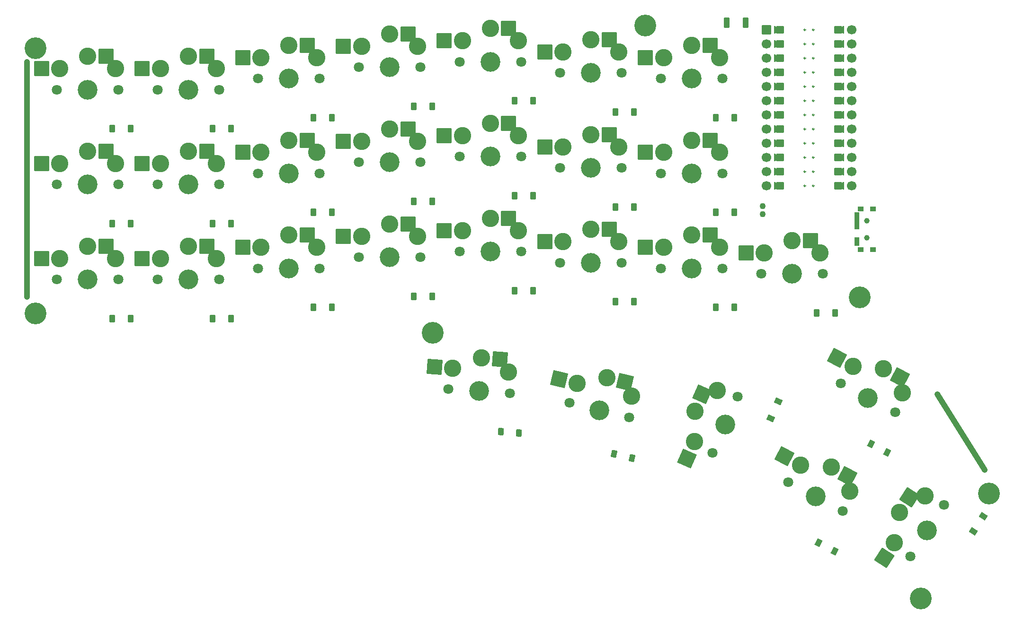
<source format=gbr>
%TF.GenerationSoftware,KiCad,Pcbnew,6.0.7*%
%TF.CreationDate,2022-09-27T18:21:25-04:00*%
%TF.ProjectId,flutter_v2_wren,666c7574-7465-4725-9f76-325f7772656e,v1.0.0*%
%TF.SameCoordinates,Original*%
%TF.FileFunction,Soldermask,Top*%
%TF.FilePolarity,Negative*%
%FSLAX46Y46*%
G04 Gerber Fmt 4.6, Leading zero omitted, Abs format (unit mm)*
G04 Created by KiCad (PCBNEW 6.0.7) date 2022-09-27 18:21:25*
%MOMM*%
%LPD*%
G01*
G04 APERTURE LIST*
G04 Aperture macros list*
%AMRoundRect*
0 Rectangle with rounded corners*
0 $1 Rounding radius*
0 $2 $3 $4 $5 $6 $7 $8 $9 X,Y pos of 4 corners*
0 Add a 4 corners polygon primitive as box body*
4,1,4,$2,$3,$4,$5,$6,$7,$8,$9,$2,$3,0*
0 Add four circle primitives for the rounded corners*
1,1,$1+$1,$2,$3*
1,1,$1+$1,$4,$5*
1,1,$1+$1,$6,$7*
1,1,$1+$1,$8,$9*
0 Add four rect primitives between the rounded corners*
20,1,$1+$1,$2,$3,$4,$5,0*
20,1,$1+$1,$4,$5,$6,$7,0*
20,1,$1+$1,$6,$7,$8,$9,0*
20,1,$1+$1,$8,$9,$2,$3,0*%
%AMFreePoly0*
4,1,16,0.635355,1.035355,0.650000,1.000000,0.650000,-0.250000,0.635355,-0.285355,0.600000,-0.300000,-0.600000,-0.300000,-0.635355,-0.285355,-0.650000,-0.250000,-0.650000,1.000000,-0.635355,1.035355,-0.600000,1.050000,-0.564645,1.035355,0.000000,0.470710,0.564645,1.035355,0.600000,1.050000,0.635355,1.035355,0.635355,1.035355,$1*%
%AMFreePoly1*
4,1,14,0.635355,0.435355,0.650000,0.400000,0.650000,0.200000,0.635355,0.164645,0.035355,-0.435355,0.000000,-0.450000,-0.035355,-0.435355,-0.635355,0.164645,-0.650000,0.200000,-0.650000,0.400000,-0.635355,0.435355,-0.600000,0.450000,0.600000,0.450000,0.635355,0.435355,0.635355,0.435355,$1*%
G04 Aperture macros list end*
%ADD10C,1.000000*%
%ADD11C,0.100000*%
%ADD12C,0.250000*%
%ADD13C,1.100000*%
%ADD14RoundRect,0.050000X0.450000X0.600000X-0.450000X0.600000X-0.450000X-0.600000X0.450000X-0.600000X0*%
%ADD15RoundRect,0.050000X0.679009X0.318506X-0.115643X0.741031X-0.679009X-0.318506X0.115643X-0.741031X0*%
%ADD16C,3.900000*%
%ADD17RoundRect,0.050000X-1.300000X-1.300000X1.300000X-1.300000X1.300000X1.300000X-1.300000X1.300000X0*%
%ADD18C,3.100000*%
%ADD19C,3.529000*%
%ADD20C,1.801800*%
%ADD21RoundRect,0.050000X0.382241X-1.798302X1.798302X0.382241X-0.382241X1.798302X-1.798302X-0.382241X0*%
%ADD22RoundRect,0.050000X-1.758145X-0.537519X0.537519X-1.758145X1.758145X0.537519X-0.537519X1.758145X0*%
%ADD23RoundRect,0.050000X-1.387517X-1.206150X1.206150X-1.387517X1.387517X1.206150X-1.206150X1.387517X0*%
%ADD24RoundRect,0.050000X-0.350000X-0.750000X0.350000X-0.750000X0.350000X0.750000X-0.350000X0.750000X0*%
%ADD25C,1.000000*%
%ADD26RoundRect,0.050000X-0.500000X-0.400000X0.500000X-0.400000X0.500000X0.400000X-0.500000X0.400000X0*%
%ADD27RoundRect,0.050000X-1.567560X-0.960602X0.960602X-1.567560X1.567560X0.960602X-0.960602X1.567560X0*%
%ADD28RoundRect,0.050000X-0.365096X0.655137X-0.731159X-0.167053X0.365096X-0.655137X0.731159X0.167053X0*%
%ADD29RoundRect,0.050000X0.490758X0.567148X-0.407050X0.629929X-0.490758X-0.567148X0.407050X-0.629929X0*%
%ADD30RoundRect,0.050000X0.658851X-1.716367X1.716367X0.658851X-0.658851X1.716367X-1.716367X-0.658851X0*%
%ADD31RoundRect,0.050000X-0.258115X0.704185X-0.748290X-0.050618X0.258115X-0.704185X0.748290X0.050618X0*%
%ADD32RoundRect,0.050000X0.577634X0.478372X-0.297499X0.688472X-0.577634X-0.478372X0.297499X-0.688472X0*%
%ADD33FreePoly0,90.000000*%
%ADD34FreePoly0,270.000000*%
%ADD35C,1.700000*%
%ADD36FreePoly1,90.000000*%
%ADD37FreePoly1,270.000000*%
%ADD38RoundRect,0.050000X-0.800000X0.800000X-0.800000X-0.800000X0.800000X-0.800000X0.800000X0.800000X0*%
%ADD39RoundRect,0.050000X-0.450000X-0.850000X0.450000X-0.850000X0.450000X0.850000X-0.450000X0.850000X0*%
G04 APERTURE END LIST*
D10*
X151933710Y-20574099D02*
X160433710Y-34074099D01*
X-10822339Y38925536D02*
X-10822339Y-3074464D01*
%TO.C,MCU1*%
G36*
X135096000Y18812000D02*
G01*
X134080000Y18812000D01*
X134080000Y19828000D01*
X135096000Y19828000D01*
X135096000Y18812000D01*
G37*
D11*
X135096000Y18812000D02*
X134080000Y18812000D01*
X134080000Y19828000D01*
X135096000Y19828000D01*
X135096000Y18812000D01*
G36*
X123920000Y16272000D02*
G01*
X122904000Y16272000D01*
X122904000Y17288000D01*
X123920000Y17288000D01*
X123920000Y16272000D01*
G37*
X123920000Y16272000D02*
X122904000Y16272000D01*
X122904000Y17288000D01*
X123920000Y17288000D01*
X123920000Y16272000D01*
G36*
X135096000Y39132000D02*
G01*
X134080000Y39132000D01*
X134080000Y40148000D01*
X135096000Y40148000D01*
X135096000Y39132000D01*
G37*
X135096000Y39132000D02*
X134080000Y39132000D01*
X134080000Y40148000D01*
X135096000Y40148000D01*
X135096000Y39132000D01*
G36*
X123920000Y23892000D02*
G01*
X122904000Y23892000D01*
X122904000Y24908000D01*
X123920000Y24908000D01*
X123920000Y23892000D01*
G37*
X123920000Y23892000D02*
X122904000Y23892000D01*
X122904000Y24908000D01*
X123920000Y24908000D01*
X123920000Y23892000D01*
G36*
X135096000Y41672000D02*
G01*
X134080000Y41672000D01*
X134080000Y42688000D01*
X135096000Y42688000D01*
X135096000Y41672000D01*
G37*
X135096000Y41672000D02*
X134080000Y41672000D01*
X134080000Y42688000D01*
X135096000Y42688000D01*
X135096000Y41672000D01*
G36*
X135096000Y26432000D02*
G01*
X134080000Y26432000D01*
X134080000Y27448000D01*
X135096000Y27448000D01*
X135096000Y26432000D01*
G37*
X135096000Y26432000D02*
X134080000Y26432000D01*
X134080000Y27448000D01*
X135096000Y27448000D01*
X135096000Y26432000D01*
G36*
X123920000Y34052000D02*
G01*
X122904000Y34052000D01*
X122904000Y35068000D01*
X123920000Y35068000D01*
X123920000Y34052000D01*
G37*
X123920000Y34052000D02*
X122904000Y34052000D01*
X122904000Y35068000D01*
X123920000Y35068000D01*
X123920000Y34052000D01*
G36*
X123920000Y18812000D02*
G01*
X122904000Y18812000D01*
X122904000Y19828000D01*
X123920000Y19828000D01*
X123920000Y18812000D01*
G37*
X123920000Y18812000D02*
X122904000Y18812000D01*
X122904000Y19828000D01*
X123920000Y19828000D01*
X123920000Y18812000D01*
G36*
X123920000Y44212000D02*
G01*
X122904000Y44212000D01*
X122904000Y45228000D01*
X123920000Y45228000D01*
X123920000Y44212000D01*
G37*
X123920000Y44212000D02*
X122904000Y44212000D01*
X122904000Y45228000D01*
X123920000Y45228000D01*
X123920000Y44212000D01*
G36*
X123920000Y39132000D02*
G01*
X122904000Y39132000D01*
X122904000Y40148000D01*
X123920000Y40148000D01*
X123920000Y39132000D01*
G37*
X123920000Y39132000D02*
X122904000Y39132000D01*
X122904000Y40148000D01*
X123920000Y40148000D01*
X123920000Y39132000D01*
G36*
X135096000Y36592000D02*
G01*
X134080000Y36592000D01*
X134080000Y37608000D01*
X135096000Y37608000D01*
X135096000Y36592000D01*
G37*
X135096000Y36592000D02*
X134080000Y36592000D01*
X134080000Y37608000D01*
X135096000Y37608000D01*
X135096000Y36592000D01*
G36*
X135096000Y21352000D02*
G01*
X134080000Y21352000D01*
X134080000Y22368000D01*
X135096000Y22368000D01*
X135096000Y21352000D01*
G37*
X135096000Y21352000D02*
X134080000Y21352000D01*
X134080000Y22368000D01*
X135096000Y22368000D01*
X135096000Y21352000D01*
G36*
X123920000Y36592000D02*
G01*
X122904000Y36592000D01*
X122904000Y37608000D01*
X123920000Y37608000D01*
X123920000Y36592000D01*
G37*
X123920000Y36592000D02*
X122904000Y36592000D01*
X122904000Y37608000D01*
X123920000Y37608000D01*
X123920000Y36592000D01*
G36*
X123920000Y41672000D02*
G01*
X122904000Y41672000D01*
X122904000Y42688000D01*
X123920000Y42688000D01*
X123920000Y41672000D01*
G37*
X123920000Y41672000D02*
X122904000Y41672000D01*
X122904000Y42688000D01*
X123920000Y42688000D01*
X123920000Y41672000D01*
G36*
X135096000Y31512000D02*
G01*
X134080000Y31512000D01*
X134080000Y32528000D01*
X135096000Y32528000D01*
X135096000Y31512000D01*
G37*
X135096000Y31512000D02*
X134080000Y31512000D01*
X134080000Y32528000D01*
X135096000Y32528000D01*
X135096000Y31512000D01*
G36*
X135096000Y34052000D02*
G01*
X134080000Y34052000D01*
X134080000Y35068000D01*
X135096000Y35068000D01*
X135096000Y34052000D01*
G37*
X135096000Y34052000D02*
X134080000Y34052000D01*
X134080000Y35068000D01*
X135096000Y35068000D01*
X135096000Y34052000D01*
G36*
X123920000Y31512000D02*
G01*
X122904000Y31512000D01*
X122904000Y32528000D01*
X123920000Y32528000D01*
X123920000Y31512000D01*
G37*
X123920000Y31512000D02*
X122904000Y31512000D01*
X122904000Y32528000D01*
X123920000Y32528000D01*
X123920000Y31512000D01*
G36*
X123920000Y26432000D02*
G01*
X122904000Y26432000D01*
X122904000Y27448000D01*
X123920000Y27448000D01*
X123920000Y26432000D01*
G37*
X123920000Y26432000D02*
X122904000Y26432000D01*
X122904000Y27448000D01*
X123920000Y27448000D01*
X123920000Y26432000D01*
G36*
X135096000Y44212000D02*
G01*
X134080000Y44212000D01*
X134080000Y45228000D01*
X135096000Y45228000D01*
X135096000Y44212000D01*
G37*
X135096000Y44212000D02*
X134080000Y44212000D01*
X134080000Y45228000D01*
X135096000Y45228000D01*
X135096000Y44212000D01*
G36*
X135096000Y28972000D02*
G01*
X134080000Y28972000D01*
X134080000Y29988000D01*
X135096000Y29988000D01*
X135096000Y28972000D01*
G37*
X135096000Y28972000D02*
X134080000Y28972000D01*
X134080000Y29988000D01*
X135096000Y29988000D01*
X135096000Y28972000D01*
G36*
X123920000Y21352000D02*
G01*
X122904000Y21352000D01*
X122904000Y22368000D01*
X123920000Y22368000D01*
X123920000Y21352000D01*
G37*
X123920000Y21352000D02*
X122904000Y21352000D01*
X122904000Y22368000D01*
X123920000Y22368000D01*
X123920000Y21352000D01*
G36*
X135096000Y23892000D02*
G01*
X134080000Y23892000D01*
X134080000Y24908000D01*
X135096000Y24908000D01*
X135096000Y23892000D01*
G37*
X135096000Y23892000D02*
X134080000Y23892000D01*
X134080000Y24908000D01*
X135096000Y24908000D01*
X135096000Y23892000D01*
G36*
X123920000Y28972000D02*
G01*
X122904000Y28972000D01*
X122904000Y29988000D01*
X123920000Y29988000D01*
X123920000Y28972000D01*
G37*
X123920000Y28972000D02*
X122904000Y28972000D01*
X122904000Y29988000D01*
X123920000Y29988000D01*
X123920000Y28972000D01*
G36*
X135096000Y16272000D02*
G01*
X134080000Y16272000D01*
X134080000Y17288000D01*
X135096000Y17288000D01*
X135096000Y16272000D01*
G37*
X135096000Y16272000D02*
X134080000Y16272000D01*
X134080000Y17288000D01*
X135096000Y17288000D01*
X135096000Y16272000D01*
D12*
X128363000Y16780000D02*
G75*
G03*
X128363000Y16780000I-125000J0D01*
G01*
X129887000Y21860000D02*
G75*
G03*
X129887000Y21860000I-125000J0D01*
G01*
X128363000Y29480000D02*
G75*
G03*
X128363000Y29480000I-125000J0D01*
G01*
X128363000Y21860000D02*
G75*
G03*
X128363000Y21860000I-125000J0D01*
G01*
X129887000Y42180000D02*
G75*
G03*
X129887000Y42180000I-125000J0D01*
G01*
X128363000Y34560000D02*
G75*
G03*
X128363000Y34560000I-125000J0D01*
G01*
X128363000Y26940000D02*
G75*
G03*
X128363000Y26940000I-125000J0D01*
G01*
X129887000Y32020000D02*
G75*
G03*
X129887000Y32020000I-125000J0D01*
G01*
X128363000Y32020000D02*
G75*
G03*
X128363000Y32020000I-125000J0D01*
G01*
X128363000Y44720000D02*
G75*
G03*
X128363000Y44720000I-125000J0D01*
G01*
X129887000Y37100000D02*
G75*
G03*
X129887000Y37100000I-125000J0D01*
G01*
X129887000Y34560000D02*
G75*
G03*
X129887000Y34560000I-125000J0D01*
G01*
X128363000Y39640000D02*
G75*
G03*
X128363000Y39640000I-125000J0D01*
G01*
X129887000Y19320000D02*
G75*
G03*
X129887000Y19320000I-125000J0D01*
G01*
X128363000Y24400000D02*
G75*
G03*
X128363000Y24400000I-125000J0D01*
G01*
X128363000Y37100000D02*
G75*
G03*
X128363000Y37100000I-125000J0D01*
G01*
X129887000Y29480000D02*
G75*
G03*
X129887000Y29480000I-125000J0D01*
G01*
X129887000Y44720000D02*
G75*
G03*
X129887000Y44720000I-125000J0D01*
G01*
X129887000Y39640000D02*
G75*
G03*
X129887000Y39640000I-125000J0D01*
G01*
X128363000Y19320000D02*
G75*
G03*
X128363000Y19320000I-125000J0D01*
G01*
X128363000Y42180000D02*
G75*
G03*
X128363000Y42180000I-125000J0D01*
G01*
X129887000Y24400000D02*
G75*
G03*
X129887000Y24400000I-125000J0D01*
G01*
X129887000Y26940000D02*
G75*
G03*
X129887000Y26940000I-125000J0D01*
G01*
X129887000Y16780000D02*
G75*
G03*
X129887000Y16780000I-125000J0D01*
G01*
%TD*%
D13*
%TO.C,*%
X120677661Y11675536D03*
X120677661Y13175536D03*
%TD*%
D14*
%TO.C,D1*%
X4350000Y-7000000D03*
X7650000Y-7000000D03*
%TD*%
%TO.C,D2*%
X4350000Y10000000D03*
X7650000Y10000000D03*
%TD*%
%TO.C,D3*%
X4350000Y27000000D03*
X7650000Y27000000D03*
%TD*%
D15*
%TO.C,D24*%
X140099831Y-29449052D03*
X143013559Y-30998308D03*
%TD*%
D16*
%TO.C,REF\u002A\u002A*%
X61677661Y-9574464D03*
%TD*%
D17*
%TO.C,S2*%
X-8275000Y20750000D03*
X3275000Y22950000D03*
D18*
X-5000000Y20750000D03*
X5000000Y20750000D03*
X0Y22950000D03*
D19*
X0Y17000000D03*
D18*
X0Y22950000D03*
D20*
X-5500000Y17000000D03*
X5500000Y17000000D03*
%TD*%
D21*
%TO.C,S25*%
X142482288Y-49875149D03*
X146927794Y-38990298D03*
D19*
X150134191Y-44977546D03*
D18*
X149712372Y-38741797D03*
D20*
X147138676Y-49590234D03*
X153129706Y-40364858D03*
D18*
X144265981Y-47128502D03*
X145144101Y-41736944D03*
X145144101Y-41736944D03*
%TD*%
D15*
%TO.C,D23*%
X130710399Y-47108004D03*
X133624127Y-48657260D03*
%TD*%
D17*
%TO.C,S7*%
X27725000Y5750000D03*
X39275000Y7950000D03*
D18*
X31000000Y5750000D03*
D20*
X41500000Y2000000D03*
D18*
X41000000Y5750000D03*
D19*
X36000000Y2000000D03*
D18*
X36000000Y7950000D03*
X36000000Y7950000D03*
D20*
X30500000Y2000000D03*
%TD*%
D17*
%TO.C,S17*%
X81725000Y23750000D03*
X93275000Y25950000D03*
D20*
X95500000Y20000000D03*
X84500000Y20000000D03*
D18*
X90000000Y25950000D03*
X90000000Y25950000D03*
X95000000Y23750000D03*
D19*
X90000000Y20000000D03*
D18*
X85000000Y23750000D03*
%TD*%
D16*
%TO.C,REF\u002A\u002A*%
X99677661Y45483540D03*
%TD*%
D17*
%TO.C,S14*%
X63725000Y25750000D03*
X75275000Y27950000D03*
D18*
X72000000Y27950000D03*
X77000000Y25750000D03*
X67000000Y25750000D03*
D20*
X66500000Y22000000D03*
D18*
X72000000Y27950000D03*
D19*
X72000000Y22000000D03*
D20*
X77500000Y22000000D03*
%TD*%
D17*
%TO.C,S11*%
X45725000Y24750000D03*
X57275000Y26950000D03*
D18*
X54000000Y26950000D03*
D20*
X59500000Y21000000D03*
D18*
X54000000Y26950000D03*
X59000000Y24750000D03*
D20*
X48500000Y21000000D03*
D18*
X49000000Y24750000D03*
D19*
X54000000Y21000000D03*
%TD*%
D14*
%TO.C,D17*%
X94350000Y13000000D03*
X97650000Y13000000D03*
%TD*%
D17*
%TO.C,S8*%
X27725000Y22750000D03*
X39275000Y24950000D03*
D19*
X36000000Y19000000D03*
D18*
X41000000Y22750000D03*
X36000000Y24950000D03*
X31000000Y22750000D03*
X36000000Y24950000D03*
D20*
X41500000Y19000000D03*
X30500000Y19000000D03*
%TD*%
D16*
%TO.C,REF\u002A\u002A*%
X-9322339Y-6074464D03*
%TD*%
D17*
%TO.C,S18*%
X81725000Y40750000D03*
X93275000Y42950000D03*
D19*
X90000000Y37000000D03*
D18*
X85000000Y40750000D03*
D20*
X84500000Y37000000D03*
D18*
X95000000Y40750000D03*
D20*
X95500000Y37000000D03*
D18*
X90000000Y42950000D03*
X90000000Y42950000D03*
%TD*%
D17*
%TO.C,S6*%
X9725000Y37750000D03*
X21275000Y39950000D03*
D18*
X13000000Y37750000D03*
D19*
X18000000Y34000000D03*
D18*
X18000000Y39950000D03*
X18000000Y39950000D03*
D20*
X23500000Y34000000D03*
D18*
X23000000Y37750000D03*
D20*
X12500000Y34000000D03*
%TD*%
D16*
%TO.C,REF\u002A\u002A*%
X138054479Y-3222702D03*
%TD*%
D14*
%TO.C,D11*%
X58350000Y14000000D03*
X61650000Y14000000D03*
%TD*%
D16*
%TO.C,REF\u002A\u002A*%
X149005076Y-57092882D03*
%TD*%
D14*
%TO.C,D19*%
X112350000Y-5000000D03*
X115650000Y-5000000D03*
%TD*%
D17*
%TO.C,S4*%
X9725000Y3750000D03*
X21275000Y5950000D03*
D18*
X18000000Y5950000D03*
X13000000Y3750000D03*
D19*
X18000000Y0D03*
D20*
X23500000Y0D03*
D18*
X23000000Y3750000D03*
D20*
X12500000Y0D03*
D18*
X18000000Y5950000D03*
%TD*%
D22*
%TO.C,S24*%
X133999437Y-14030286D03*
X145230319Y-17510198D03*
D20*
X144401522Y-23808311D03*
D18*
X136891090Y-15567806D03*
X145720566Y-20262521D03*
X142338666Y-15972679D03*
D20*
X134689098Y-18644123D03*
D19*
X139545310Y-21226217D03*
D18*
X142338666Y-15972679D03*
%TD*%
D14*
%TO.C,D20*%
X112350000Y12000000D03*
X115650000Y12000000D03*
%TD*%
D17*
%TO.C,S10*%
X45725000Y7750000D03*
X57275000Y9950000D03*
D18*
X54000000Y9950000D03*
X54000000Y9950000D03*
X49000000Y7750000D03*
D19*
X54000000Y4000000D03*
D18*
X59000000Y7750000D03*
D20*
X59500000Y4000000D03*
X48500000Y4000000D03*
%TD*%
D17*
%TO.C,S3*%
X-8275000Y37750000D03*
X3275000Y39950000D03*
D20*
X-5500000Y34000000D03*
D19*
X0Y34000000D03*
D18*
X5000000Y37750000D03*
X0Y39950000D03*
X-5000000Y37750000D03*
D20*
X5500000Y34000000D03*
D18*
X0Y39950000D03*
%TD*%
D23*
%TO.C,S27*%
X62006744Y-15681900D03*
X73682073Y-14292946D03*
D20*
X64513398Y-19616339D03*
D18*
X70415051Y-14064494D03*
D19*
X70000000Y-20000000D03*
D18*
X70415051Y-14064494D03*
X75249407Y-16607917D03*
D20*
X75486602Y-20383661D03*
D18*
X65273767Y-15910352D03*
%TD*%
D17*
%TO.C,S13*%
X63725000Y8750000D03*
X75275000Y10950000D03*
D19*
X72000000Y5000000D03*
D18*
X67000000Y8750000D03*
D20*
X77500000Y5000000D03*
X66500000Y5000000D03*
D18*
X72000000Y10950000D03*
X72000000Y10950000D03*
X77000000Y8750000D03*
%TD*%
D14*
%TO.C,D18*%
X94350000Y30000000D03*
X97650000Y30000000D03*
%TD*%
D17*
%TO.C,S21*%
X99725000Y39750000D03*
X111275000Y41950000D03*
D19*
X108000000Y36000000D03*
D20*
X102500000Y36000000D03*
D18*
X108000000Y41950000D03*
X113000000Y39750000D03*
D20*
X113500000Y36000000D03*
D18*
X108000000Y41950000D03*
X103000000Y39750000D03*
%TD*%
D17*
%TO.C,S20*%
X99725000Y22750000D03*
X111275000Y24950000D03*
D19*
X108000000Y19000000D03*
D18*
X108000000Y24950000D03*
D20*
X113500000Y19000000D03*
D18*
X103000000Y22750000D03*
X113000000Y22750000D03*
D20*
X102500000Y19000000D03*
D18*
X108000000Y24950000D03*
%TD*%
D14*
%TO.C,D10*%
X58350000Y-3000000D03*
X61650000Y-3000000D03*
%TD*%
%TO.C,D13*%
X76350000Y-2000000D03*
X79650000Y-2000000D03*
%TD*%
%TO.C,D15*%
X76350000Y32000000D03*
X79650000Y32000000D03*
%TD*%
D24*
%TO.C,*%
X137570000Y11250000D03*
X137570000Y9750000D03*
X137570000Y6750000D03*
D25*
X139330000Y7500000D03*
D26*
X138220000Y5350000D03*
X140430000Y12650000D03*
D25*
X139330000Y7500000D03*
D26*
X138220000Y12650000D03*
X140430000Y5350000D03*
D25*
X139330000Y10500000D03*
X139330000Y10500000D03*
%TD*%
D14*
%TO.C,D26*%
X130350000Y-6000000D03*
X133650000Y-6000000D03*
%TD*%
D17*
%TO.C,S15*%
X63725000Y42750000D03*
X75275000Y44950000D03*
D20*
X66500000Y39000000D03*
D18*
X72000000Y44950000D03*
X67000000Y42750000D03*
X77000000Y42750000D03*
D19*
X72000000Y39000000D03*
D20*
X77500000Y39000000D03*
D18*
X72000000Y44950000D03*
%TD*%
D14*
%TO.C,D4*%
X22350000Y-7000000D03*
X25650000Y-7000000D03*
%TD*%
D17*
%TO.C,S5*%
X9725000Y20750000D03*
X21275000Y22950000D03*
D18*
X18000000Y22950000D03*
D20*
X23500000Y17000000D03*
D18*
X23000000Y20750000D03*
X13000000Y20750000D03*
D20*
X12500000Y17000000D03*
D18*
X18000000Y22950000D03*
D19*
X18000000Y17000000D03*
%TD*%
D17*
%TO.C,S9*%
X27725000Y39750000D03*
X39275000Y41950000D03*
D18*
X41000000Y39750000D03*
D20*
X41500000Y36000000D03*
D18*
X36000000Y41950000D03*
D20*
X30500000Y36000000D03*
D18*
X31000000Y39750000D03*
X36000000Y41950000D03*
D19*
X36000000Y36000000D03*
%TD*%
D14*
%TO.C,D7*%
X40350000Y-5000000D03*
X43650000Y-5000000D03*
%TD*%
D17*
%TO.C,S16*%
X81725000Y6750000D03*
X93275000Y8950000D03*
D18*
X95000000Y6750000D03*
X85000000Y6750000D03*
D20*
X95500000Y3000000D03*
X84500000Y3000000D03*
D18*
X90000000Y8950000D03*
D19*
X90000000Y3000000D03*
D18*
X90000000Y8950000D03*
%TD*%
D27*
%TO.C,S28*%
X84329059Y-17821852D03*
X96073511Y-18378933D03*
D18*
X97237270Y-20920840D03*
X92889000Y-17614399D03*
D20*
X96848035Y-24683950D03*
D18*
X92889000Y-17614399D03*
D19*
X91500000Y-23400000D03*
D20*
X86151965Y-22116050D03*
D18*
X87513571Y-18586386D03*
%TD*%
D14*
%TO.C,D16*%
X94350000Y-4000000D03*
X97650000Y-4000000D03*
%TD*%
%TO.C,D8*%
X40350000Y12000000D03*
X43650000Y12000000D03*
%TD*%
D28*
%TO.C,D22*%
X122164123Y-24873234D03*
X123506353Y-21858534D03*
%TD*%
D29*
%TO.C,D27*%
X73851108Y-27286389D03*
X77143070Y-27516585D03*
%TD*%
D30*
%TO.C,S22*%
X107208459Y-32034326D03*
X109896467Y-20588056D03*
D20*
X111762948Y-31024500D03*
D19*
X114000000Y-26000000D03*
D20*
X116237052Y-20975500D03*
D18*
X112607888Y-19907010D03*
X108564405Y-23579917D03*
X108540521Y-29042465D03*
X108564405Y-23579917D03*
%TD*%
D31*
%TO.C,D25*%
X158374065Y-45141802D03*
X160171373Y-42374190D03*
%TD*%
D16*
%TO.C,REF\u002A\u002A*%
X-9322339Y41425536D03*
%TD*%
D32*
%TO.C,D28*%
X94095692Y-31222077D03*
X97304512Y-31992447D03*
%TD*%
D14*
%TO.C,D21*%
X112350000Y29000000D03*
X115650000Y29000000D03*
%TD*%
%TO.C,D9*%
X40350000Y29000000D03*
X43650000Y29000000D03*
%TD*%
%TO.C,D12*%
X58350000Y31000000D03*
X61650000Y31000000D03*
%TD*%
D17*
%TO.C,S12*%
X45725000Y41750000D03*
X57275000Y43950000D03*
D20*
X59500000Y38000000D03*
X48500000Y38000000D03*
D18*
X49000000Y41750000D03*
X59000000Y41750000D03*
D19*
X54000000Y38000000D03*
D18*
X54000000Y43950000D03*
X54000000Y43950000D03*
%TD*%
D16*
%TO.C,REF\u002A\u002A*%
X161177661Y-38318191D03*
%TD*%
D14*
%TO.C,D5*%
X22350000Y10000000D03*
X25650000Y10000000D03*
%TD*%
D33*
%TO.C,MCU1*%
X124174000Y44720000D03*
X124174000Y42180000D03*
X124174000Y39640000D03*
X124174000Y37100000D03*
X124174000Y34560000D03*
X124174000Y32020000D03*
X124174000Y29480000D03*
X124174000Y26940000D03*
X124174000Y24400000D03*
X124174000Y21860000D03*
X124174000Y19320000D03*
X124174000Y16780000D03*
D34*
X133826000Y16780000D03*
X133826000Y19320000D03*
X133826000Y21860000D03*
X133826000Y24400000D03*
X133826000Y26940000D03*
X133826000Y29480000D03*
X133826000Y32020000D03*
X133826000Y34560000D03*
X133826000Y37100000D03*
X133826000Y39640000D03*
X133826000Y42180000D03*
X133826000Y44720000D03*
D35*
X136620000Y16780000D03*
X121380000Y39640000D03*
D36*
X123158000Y16780000D03*
D35*
X136620000Y34560000D03*
D36*
X123158000Y37100000D03*
D35*
X121380000Y21860000D03*
X121380000Y44720000D03*
D36*
X123158000Y19320000D03*
D35*
X121380000Y26940000D03*
D37*
X134842000Y24400000D03*
D36*
X123158000Y34560000D03*
X123158000Y24400000D03*
D35*
X121380000Y16780000D03*
X121380000Y19320000D03*
X136620000Y39640000D03*
D36*
X123158000Y32020000D03*
D37*
X134842000Y42180000D03*
D35*
X136620000Y21860000D03*
D36*
X123158000Y21860000D03*
D37*
X134842000Y34560000D03*
X134842000Y16780000D03*
D35*
X121380000Y32020000D03*
D36*
X123158000Y42180000D03*
D35*
X136620000Y29480000D03*
D37*
X134842000Y29480000D03*
D35*
X136620000Y32020000D03*
X136620000Y42180000D03*
X121380000Y42180000D03*
X136620000Y19320000D03*
X121380000Y37100000D03*
D37*
X134842000Y21860000D03*
X134842000Y26940000D03*
D35*
X121380000Y34560000D03*
D36*
X123158000Y44720000D03*
D37*
X134842000Y39640000D03*
X134842000Y32020000D03*
D35*
X136620000Y37100000D03*
D37*
X134842000Y19320000D03*
D36*
X123158000Y29480000D03*
D35*
X121380000Y24400000D03*
X136620000Y24400000D03*
D37*
X134842000Y44720000D03*
D36*
X123158000Y26940000D03*
D37*
X134842000Y37100000D03*
D38*
X121380000Y44720000D03*
D35*
X136620000Y44720000D03*
D36*
X123158000Y39640000D03*
D35*
X136620000Y26940000D03*
X121380000Y29480000D03*
%TD*%
D39*
%TO.C,*%
X114300000Y46000000D03*
X117700000Y46000000D03*
%TD*%
D17*
%TO.C,S19*%
X99725000Y5750000D03*
X111275000Y7950000D03*
D20*
X102500000Y2000000D03*
D19*
X108000000Y2000000D03*
D18*
X103000000Y5750000D03*
X108000000Y7950000D03*
X113000000Y5750000D03*
X108000000Y7950000D03*
D20*
X113500000Y2000000D03*
%TD*%
D14*
%TO.C,D14*%
X76350000Y15000000D03*
X79650000Y15000000D03*
%TD*%
D17*
%TO.C,S26*%
X117725000Y4750000D03*
X129275000Y6950000D03*
D20*
X120500000Y1000000D03*
D18*
X126000000Y6950000D03*
X121000000Y4750000D03*
D19*
X126000000Y1000000D03*
D18*
X131000000Y4750000D03*
D20*
X131500000Y1000000D03*
D18*
X126000000Y6950000D03*
%TD*%
D14*
%TO.C,D6*%
X22350000Y27000000D03*
X25650000Y27000000D03*
%TD*%
D17*
%TO.C,S1*%
X-8275000Y3750000D03*
X3275000Y5950000D03*
D18*
X-5000000Y3750000D03*
X0Y5950000D03*
X0Y5950000D03*
D20*
X5500000Y0D03*
D18*
X5000000Y3750000D03*
D20*
X-5500000Y0D03*
D19*
X0Y0D03*
%TD*%
D22*
%TO.C,S23*%
X124610006Y-31689238D03*
X135840888Y-35169150D03*
D18*
X136331135Y-37921473D03*
X132949235Y-33631631D03*
D20*
X135012091Y-41467263D03*
D18*
X132949235Y-33631631D03*
X127501659Y-33226758D03*
D19*
X130155879Y-38885169D03*
D20*
X125299667Y-36303075D03*
%TD*%
M02*

</source>
